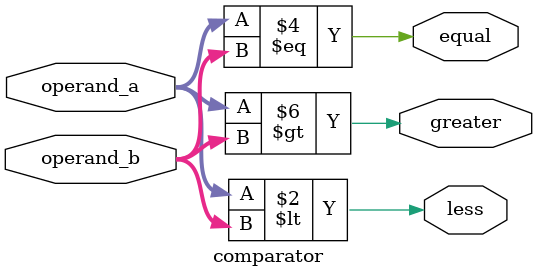
<source format=sv>
module comparator #(
  parameter DATA_WIDTH = 4
) (
  input logic [DATA_WIDTH-1:0] operand_a,
  input logic [DATA_WIDTH-1:0] operand_b,
  output logic less,
  output logic equal,
  output logic greater
);

  always_comb less = (operand_a < operand_b);

  always_comb equal = (operand_a == operand_b);

  always_comb greater = (operand_a > operand_b);

endmodule : comparator

</source>
